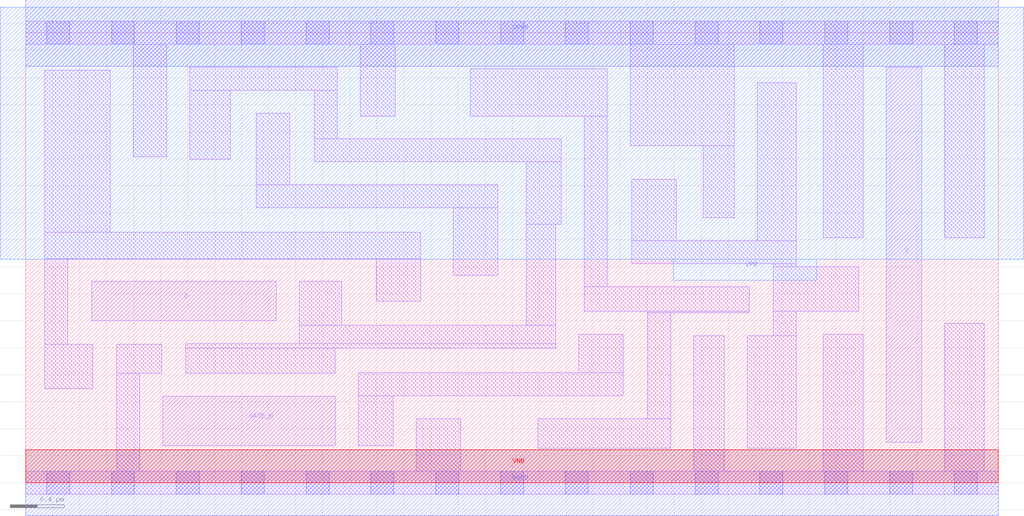
<source format=lef>
# Copyright 2020 The SkyWater PDK Authors
#
# Licensed under the Apache License, Version 2.0 (the "License");
# you may not use this file except in compliance with the License.
# You may obtain a copy of the License at
#
#     https://www.apache.org/licenses/LICENSE-2.0
#
# Unless required by applicable law or agreed to in writing, software
# distributed under the License is distributed on an "AS IS" BASIS,
# WITHOUT WARRANTIES OR CONDITIONS OF ANY KIND, either express or implied.
# See the License for the specific language governing permissions and
# limitations under the License.
#
# SPDX-License-Identifier: Apache-2.0

VERSION 5.7 ;
  NOWIREEXTENSIONATPIN ON ;
  DIVIDERCHAR "/" ;
  BUSBITCHARS "[]" ;
MACRO sky130_fd_sc_lp__dlxtn_2
  CLASS CORE ;
  FOREIGN sky130_fd_sc_lp__dlxtn_2 ;
  ORIGIN  0.000000  0.000000 ;
  SIZE  7.200000 BY  3.330000 ;
  SYMMETRY X Y R90 ;
  SITE unit ;
  PIN D
    ANTENNAGATEAREA  0.159000 ;
    DIRECTION INPUT ;
    USE SIGNAL ;
    PORT
      LAYER li1 ;
        RECT 0.490000 1.200000 1.855000 1.490000 ;
    END
  END D
  PIN Q
    ANTENNADIFFAREA  0.588000 ;
    DIRECTION OUTPUT ;
    USE SIGNAL ;
    PORT
      LAYER li1 ;
        RECT 6.370000 0.300000 6.635000 3.075000 ;
    END
  END Q
  PIN GATE_N
    ANTENNAGATEAREA  0.159000 ;
    DIRECTION INPUT ;
    USE CLOCK ;
    PORT
      LAYER li1 ;
        RECT 1.015000 0.275000 2.290000 0.640000 ;
    END
  END GATE_N
  PIN VGND
    DIRECTION INOUT ;
    USE GROUND ;
    PORT
      LAYER met1 ;
        RECT 0.000000 -0.245000 7.200000 0.245000 ;
    END
  END VGND
  PIN VNB
    DIRECTION INOUT ;
    USE GROUND ;
    PORT
      LAYER pwell ;
        RECT 0.000000 0.000000 7.200000 0.245000 ;
    END
  END VNB
  PIN VPB
    DIRECTION INOUT ;
    USE POWER ;
    PORT
      LAYER nwell ;
        RECT -0.190000 1.655000 7.390000 3.520000 ;
        RECT  4.795000 1.500000 5.855000 1.655000 ;
    END
  END VPB
  PIN VPWR
    DIRECTION INOUT ;
    USE POWER ;
    PORT
      LAYER met1 ;
        RECT 0.000000 3.085000 7.200000 3.575000 ;
    END
  END VPWR
  OBS
    LAYER li1 ;
      RECT 0.000000 -0.085000 7.200000 0.085000 ;
      RECT 0.000000  3.245000 7.200000 3.415000 ;
      RECT 0.140000  0.695000 0.495000 1.025000 ;
      RECT 0.140000  1.025000 0.310000 1.660000 ;
      RECT 0.140000  1.660000 2.925000 1.855000 ;
      RECT 0.140000  1.855000 0.625000 3.055000 ;
      RECT 0.675000  0.085000 0.845000 0.810000 ;
      RECT 0.675000  0.810000 1.005000 1.025000 ;
      RECT 0.795000  2.415000 1.045000 3.245000 ;
      RECT 1.185000  0.810000 2.290000 0.995000 ;
      RECT 1.185000  0.995000 3.925000 1.030000 ;
      RECT 1.215000  2.395000 1.515000 2.905000 ;
      RECT 1.215000  2.905000 2.305000 3.075000 ;
      RECT 1.705000  2.035000 3.495000 2.205000 ;
      RECT 1.705000  2.205000 1.955000 2.735000 ;
      RECT 2.025000  1.030000 3.925000 1.165000 ;
      RECT 2.025000  1.165000 2.340000 1.490000 ;
      RECT 2.135000  2.375000 3.965000 2.545000 ;
      RECT 2.135000  2.545000 2.305000 2.905000 ;
      RECT 2.460000  0.275000 2.720000 0.645000 ;
      RECT 2.460000  0.645000 4.425000 0.815000 ;
      RECT 2.475000  2.715000 2.735000 3.245000 ;
      RECT 2.595000  1.345000 2.925000 1.660000 ;
      RECT 2.890000  0.085000 3.220000 0.475000 ;
      RECT 3.165000  1.535000 3.495000 2.035000 ;
      RECT 3.290000  2.715000 4.305000 3.065000 ;
      RECT 3.705000  1.165000 3.925000 1.915000 ;
      RECT 3.705000  1.915000 3.965000 2.375000 ;
      RECT 3.790000  0.255000 4.775000 0.475000 ;
      RECT 4.095000  0.815000 4.425000 1.100000 ;
      RECT 4.135000  1.270000 5.355000 1.450000 ;
      RECT 4.135000  1.450000 4.305000 2.715000 ;
      RECT 4.475000  2.495000 5.245000 3.245000 ;
      RECT 4.485000  1.620000 5.705000 1.790000 ;
      RECT 4.485000  1.790000 4.815000 2.245000 ;
      RECT 4.605000  0.475000 4.775000 1.260000 ;
      RECT 4.605000  1.260000 5.355000 1.270000 ;
      RECT 4.945000  0.085000 5.170000 1.090000 ;
      RECT 5.015000  1.960000 5.245000 2.495000 ;
      RECT 5.340000  0.255000 5.705000 1.090000 ;
      RECT 5.415000  1.790000 5.705000 2.960000 ;
      RECT 5.535000  1.090000 5.705000 1.270000 ;
      RECT 5.535000  1.270000 6.165000 1.600000 ;
      RECT 5.535000  1.600000 5.705000 1.620000 ;
      RECT 5.905000  0.085000 6.200000 1.100000 ;
      RECT 5.905000  1.815000 6.200000 3.245000 ;
      RECT 6.805000  0.085000 7.095000 1.180000 ;
      RECT 6.805000  1.815000 7.095000 3.245000 ;
    LAYER mcon ;
      RECT 0.155000 -0.085000 0.325000 0.085000 ;
      RECT 0.155000  3.245000 0.325000 3.415000 ;
      RECT 0.635000 -0.085000 0.805000 0.085000 ;
      RECT 0.635000  3.245000 0.805000 3.415000 ;
      RECT 1.115000 -0.085000 1.285000 0.085000 ;
      RECT 1.115000  3.245000 1.285000 3.415000 ;
      RECT 1.595000 -0.085000 1.765000 0.085000 ;
      RECT 1.595000  3.245000 1.765000 3.415000 ;
      RECT 2.075000 -0.085000 2.245000 0.085000 ;
      RECT 2.075000  3.245000 2.245000 3.415000 ;
      RECT 2.555000 -0.085000 2.725000 0.085000 ;
      RECT 2.555000  3.245000 2.725000 3.415000 ;
      RECT 3.035000 -0.085000 3.205000 0.085000 ;
      RECT 3.035000  3.245000 3.205000 3.415000 ;
      RECT 3.515000 -0.085000 3.685000 0.085000 ;
      RECT 3.515000  3.245000 3.685000 3.415000 ;
      RECT 3.995000 -0.085000 4.165000 0.085000 ;
      RECT 3.995000  3.245000 4.165000 3.415000 ;
      RECT 4.475000 -0.085000 4.645000 0.085000 ;
      RECT 4.475000  3.245000 4.645000 3.415000 ;
      RECT 4.955000 -0.085000 5.125000 0.085000 ;
      RECT 4.955000  3.245000 5.125000 3.415000 ;
      RECT 5.435000 -0.085000 5.605000 0.085000 ;
      RECT 5.435000  3.245000 5.605000 3.415000 ;
      RECT 5.915000 -0.085000 6.085000 0.085000 ;
      RECT 5.915000  3.245000 6.085000 3.415000 ;
      RECT 6.395000 -0.085000 6.565000 0.085000 ;
      RECT 6.395000  3.245000 6.565000 3.415000 ;
      RECT 6.875000 -0.085000 7.045000 0.085000 ;
      RECT 6.875000  3.245000 7.045000 3.415000 ;
  END
END sky130_fd_sc_lp__dlxtn_2
END LIBRARY

</source>
